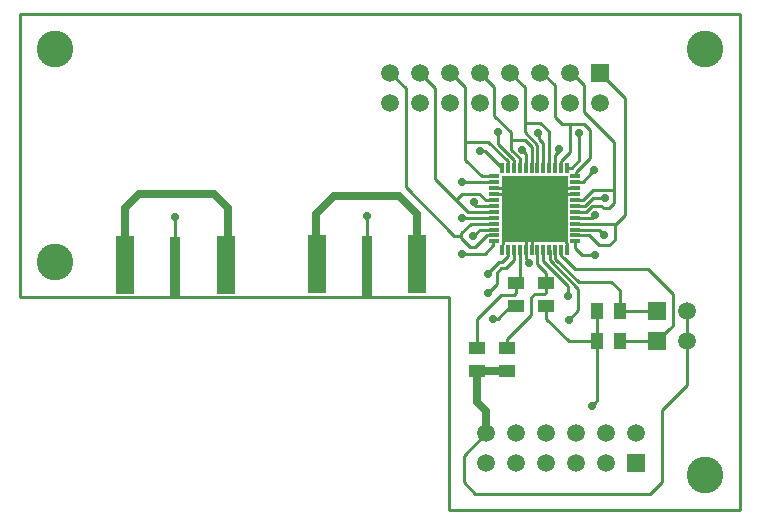
<source format=gtl>
G04*
G04 #@! TF.GenerationSoftware,Altium Limited,Altium Designer,20.2.5 (213)*
G04*
G04 Layer_Physical_Order=1*
G04 Layer_Color=255*
%FSLAX42Y42*%
%MOMM*%
G71*
G04*
G04 #@! TF.SameCoordinates,FD00795A-EEFA-4773-A186-A79775DAC492*
G04*
G04*
G04 #@! TF.FilePolarity,Positive*
G04*
G01*
G75*
%ADD12C,0.25*%
%ADD15R,1.60X4.90*%
%ADD16R,0.90X5.10*%
%ADD17R,5.60X5.60*%
%ADD18R,0.30X0.85*%
%ADD19R,0.85X0.30*%
%ADD20R,1.40X1.02*%
%ADD21R,1.02X1.40*%
%ADD36C,0.64*%
%ADD37R,1.50X1.50*%
%ADD38C,1.50*%
%ADD39R,1.50X1.50*%
%ADD40C,1.52*%
%ADD41R,1.52X1.52*%
%ADD42C,3.10*%
%ADD43C,0.70*%
D12*
X8850Y6178D02*
Y6190D01*
X8870Y6210D02*
X8890Y6230D01*
X8870Y6210D02*
Y6210D01*
X8850Y6190D02*
X8870Y6210D01*
X8890Y6230D02*
Y6731D01*
X7680Y7623D02*
X7740D01*
X7270Y8032D02*
Y8870D01*
Y8032D02*
X7680Y7623D01*
X7138Y9002D02*
Y9004D01*
Y9002D02*
X7270Y8870D01*
X8285Y7428D02*
Y7505D01*
Y7428D02*
X8310Y7403D01*
Y7393D02*
Y7403D01*
X8093Y7583D02*
X8285Y7775D01*
X8093Y7563D02*
Y7583D01*
X8090Y7560D02*
X8093Y7563D01*
X8090Y7549D02*
Y7560D01*
X8087Y7547D02*
X8090Y7549D01*
X8085Y7505D02*
X8087Y7507D01*
Y7547D01*
X8280Y8497D02*
Y8580D01*
X8385Y8195D02*
Y8393D01*
X8280Y8497D02*
X8385Y8393D01*
X8050Y8401D02*
Y8500D01*
X8134Y8196D02*
Y8256D01*
X8235Y8195D02*
Y8277D01*
X8134Y8196D02*
X8135Y8195D01*
X8160Y8352D02*
X8235Y8277D01*
X8160Y8352D02*
Y8430D01*
X8185Y8195D02*
Y8266D01*
X7970Y8420D02*
X8134Y8256D01*
X8050Y8401D02*
X8185Y8266D01*
X8607Y7432D02*
X8608D01*
X9081Y6731D02*
X9090D01*
X8608Y7432D02*
X8700Y7340D01*
X8587Y7452D02*
X8607Y7432D01*
X8700Y7340D02*
X9320D01*
X9090Y6731D02*
X9398D01*
X8587Y7452D02*
Y7503D01*
X8736Y7230D02*
X9010D01*
X8537Y7429D02*
X8736Y7230D01*
X8537Y7429D02*
Y7503D01*
X8730Y6990D02*
Y7175D01*
X8487Y7418D02*
X8730Y7175D01*
X8487Y7418D02*
Y7503D01*
X8645Y7131D02*
Y7199D01*
X8435Y7409D02*
X8645Y7199D01*
X8640Y7130D02*
X8644D01*
X8645Y7131D01*
X8435Y7409D02*
Y7505D01*
X8632Y7547D02*
Y7559D01*
X8360Y7850D02*
X8627Y7583D01*
X8632Y7547D02*
X8633Y7547D01*
X8627Y7563D02*
Y7583D01*
X8633Y7507D02*
Y7547D01*
X8627Y7563D02*
X8632Y7559D01*
X8707Y7927D02*
X8772D01*
X8855Y8010D01*
X9030D01*
X8705Y7875D02*
X8789D01*
X8854Y7940D02*
X8950D01*
X8789Y7875D02*
X8854Y7940D01*
X8705Y7825D02*
X8800D01*
X8845Y7870D02*
X8930D01*
X8800Y7825D02*
X8845Y7870D01*
X7740Y7770D02*
X7745Y7775D01*
X5320Y7780D02*
X5320Y7780D01*
Y7360D02*
Y7780D01*
X8020Y8640D02*
Y8884D01*
Y8640D02*
X8160Y8500D01*
Y8430D02*
Y8500D01*
X8740Y8260D02*
Y8490D01*
X8660Y8570D02*
X8780D01*
X8830Y8280D02*
Y8520D01*
X8780Y8570D02*
X8830Y8520D01*
X8780Y8670D02*
Y8900D01*
X9030Y8010D02*
Y8420D01*
X8780Y8670D02*
X9030Y8420D01*
X8280Y8580D02*
Y8590D01*
X8290Y8580D02*
X8410D01*
X8280Y8590D02*
X8290Y8580D01*
X8410D02*
X8485Y8505D01*
X8435Y8195D02*
Y8405D01*
X8380Y8480D02*
X8386D01*
X8396Y8469D01*
Y8444D02*
Y8469D01*
Y8444D02*
X8435Y8405D01*
X8868Y7800D02*
X8870D01*
X8705Y7925D02*
X8707Y7927D01*
X8705Y7875D02*
X8705Y7875D01*
X8940Y7860D02*
X8990D01*
X9030Y7900D02*
Y8010D01*
X8990Y7860D02*
X9030Y7900D01*
X8930Y7870D02*
X8940Y7860D01*
X8705Y7775D02*
X8843D01*
X8868Y7800D01*
X9130Y7800D02*
Y8790D01*
X9040Y7710D02*
X9130Y7800D01*
X8910Y7540D02*
X8990D01*
X9040Y7590D02*
Y7710D01*
X8990Y7540D02*
X9040Y7590D01*
X9025Y7725D02*
X9040Y7710D01*
X8705Y7725D02*
X9025D01*
X8825Y7625D02*
X8910Y7540D01*
X8905Y7675D02*
X8950Y7630D01*
X8705Y7625D02*
X8825D01*
X8705Y7675D02*
X8905D01*
X8760Y7460D02*
X8870D01*
X8705Y7515D02*
Y7575D01*
Y7515D02*
X8760Y7460D01*
X8705Y8075D02*
X8707Y8077D01*
X8767D01*
X8840Y8150D01*
X8705Y8125D02*
X8711D01*
X8713Y8163D02*
X8830Y8280D01*
X8711Y8125D02*
X8713Y8127D01*
Y8163D01*
X8675Y8195D02*
X8740Y8260D01*
X8585Y8255D02*
X8660Y8330D01*
X8585Y8195D02*
X8585Y8195D01*
Y8255D01*
X8660Y8330D02*
Y8570D01*
X8570Y8340D02*
Y8360D01*
X8535Y8305D02*
X8570Y8340D01*
X8590Y8570D02*
X8660D01*
X8660Y8570D02*
X8660Y8570D01*
X8635Y8195D02*
X8675D01*
X8535D02*
Y8305D01*
X8280Y8590D02*
Y8878D01*
X8485Y8195D02*
Y8505D01*
X8160Y8430D02*
X8280D01*
X8335Y8195D02*
Y8375D01*
X8280Y8430D02*
X8335Y8375D01*
X8285Y8195D02*
Y8315D01*
X8260Y8340D02*
X8285Y8315D01*
X7775Y8420D02*
X7970D01*
X7775D02*
Y8885D01*
Y8265D02*
Y8420D01*
X7915Y8125D02*
X8015D01*
X7775Y8265D02*
X7915Y8125D01*
X7943Y8340D02*
X8085Y8198D01*
X7900Y8340D02*
X7943D01*
X8085Y8195D02*
Y8198D01*
X7750Y7470D02*
X7940D01*
X7755Y8075D02*
X8015D01*
X7750Y8080D02*
X7755Y8075D01*
X7750Y7980D02*
X7890D01*
X7945Y7925D02*
X8015D01*
X7890Y7980D02*
X7945Y7925D01*
X7695D02*
X7795Y7825D01*
X7520Y8100D02*
X7695Y7925D01*
Y7925D02*
X7750Y7980D01*
X7695Y7925D02*
Y7925D01*
X7795Y7825D02*
X8015D01*
X7865Y7875D02*
X8015D01*
X7840Y7900D02*
X7865Y7875D01*
X7740Y7623D02*
Y7645D01*
Y7600D02*
Y7623D01*
Y7600D02*
X7810Y7530D01*
X7860D01*
X7740Y7645D02*
X7820Y7725D01*
X8015D01*
X7860Y7530D02*
X7955Y7625D01*
X8015D01*
X8015Y7625D01*
X7840Y7620D02*
X7895Y7675D01*
X8015D01*
X7940Y7470D02*
X8010Y7540D01*
X8012Y7575D02*
X8015D01*
X8010Y7573D02*
X8012Y7575D01*
X8010Y7540D02*
Y7573D01*
X7745Y7775D02*
X8015D01*
X6940Y7365D02*
Y7790D01*
X6940Y7790D01*
X8649Y6731D02*
X8890D01*
X8460Y6920D02*
X8649Y6731D01*
X8460Y6920D02*
Y7030D01*
X8890Y6731D02*
Y6985D01*
X7860Y5440D02*
X9340D01*
X9440Y5540D02*
Y6150D01*
X9340Y5440D02*
X9440Y5540D01*
Y6150D02*
X9652Y6362D01*
Y6731D01*
Y6985D01*
X7760Y5540D02*
X7860Y5440D01*
X7760Y5540D02*
Y5758D01*
X7952Y5950D01*
X7960Y7300D02*
X8060Y7400D01*
X8650Y6910D02*
X8730Y6990D01*
X9081Y6985D02*
Y7160D01*
X9010Y7230D02*
X9081Y7160D01*
X9320Y7340D02*
X9530Y7130D01*
X9398Y6731D02*
X9496Y6829D01*
X9499D01*
X9530Y6860D01*
Y7130D01*
X8585Y7505D02*
X8587Y7503D01*
X8535Y7505D02*
X8537Y7503D01*
X8460Y7145D02*
Y7221D01*
Y7310D01*
X8385Y7385D02*
Y7505D01*
Y7385D02*
X8460Y7310D01*
X7874Y6914D02*
X8080Y7120D01*
X8200Y7135D02*
Y7240D01*
X8185Y7120D02*
X8200Y7135D01*
X8080Y7120D02*
X8185D01*
X8200Y7240D02*
X8235Y7275D01*
X8330Y7100D02*
X8360Y7130D01*
X8445D02*
X8460Y7145D01*
X8360Y7130D02*
X8445D01*
X8128Y6748D02*
X8330Y6950D01*
X8128Y6668D02*
Y6748D01*
X8080Y7350D02*
X8120D01*
X8185Y7415D02*
Y7505D01*
X8120Y7350D02*
X8185Y7415D01*
X8060Y7400D02*
X8085D01*
X8133Y7503D02*
X8135Y7505D01*
X8133Y7448D02*
Y7503D01*
X8085Y7400D02*
X8133Y7448D01*
X8485Y7505D02*
X8487Y7503D01*
X8181Y7050D02*
X8200D01*
X8051Y6920D02*
X8181Y7050D01*
X8010Y6920D02*
X8051D01*
X8330Y6950D02*
Y7100D01*
X7874Y6668D02*
Y6914D01*
X7970Y7140D02*
X8040Y7210D01*
Y7310D02*
X8080Y7350D01*
X8040Y7210D02*
Y7310D01*
X8235Y7275D02*
Y7505D01*
X9081Y6985D02*
X9398D01*
X8335Y7825D02*
X8360Y7850D01*
X8285Y7775D02*
X8335Y7825D01*
X8185Y8025D02*
X8235Y7975D01*
X8015D02*
X8235D01*
X8360Y7850D01*
X8015Y8025D02*
X8185D01*
X8485Y7975D02*
X8535Y8025D01*
X8360Y7850D02*
X8485Y7975D01*
X8535Y8025D02*
X8705D01*
X8485Y7975D02*
X8705D01*
X8633Y7507D02*
X8635Y7505D01*
X8285D02*
Y7775D01*
X8335Y7505D02*
Y7825D01*
X8916Y9004D02*
X9130Y8790D01*
X8662Y9004D02*
X8676D01*
X8780Y8900D01*
X8530Y8630D02*
X8590Y8570D01*
X8408Y9004D02*
X8426D01*
X8530Y8900D01*
Y8630D02*
Y8900D01*
X8154Y9004D02*
X8280Y8878D01*
X7900Y9004D02*
X8020Y8884D01*
X7656Y9004D02*
X7775Y8885D01*
X7646Y9004D02*
X7656D01*
X7520Y8100D02*
Y8876D01*
X7392Y9004D02*
X7520Y8876D01*
X7640Y5300D02*
X10100D01*
X7640D02*
Y7100D01*
X4000D02*
X7640D01*
X4000D02*
Y9500D01*
X10100D01*
Y5300D02*
Y9500D01*
D15*
X4895Y7378D02*
D03*
X5745D02*
D03*
X6515Y7382D02*
D03*
X7365D02*
D03*
D16*
X5320Y7360D02*
D03*
X6940Y7365D02*
D03*
D17*
X8360Y7850D02*
D03*
D18*
X8635Y7505D02*
D03*
X8585D02*
D03*
X8535D02*
D03*
X8485D02*
D03*
X8435D02*
D03*
X8385D02*
D03*
X8335D02*
D03*
X8285D02*
D03*
X8235D02*
D03*
X8185D02*
D03*
X8135D02*
D03*
X8085D02*
D03*
Y8195D02*
D03*
X8135D02*
D03*
X8185D02*
D03*
X8235D02*
D03*
X8285D02*
D03*
X8335D02*
D03*
X8385D02*
D03*
X8435D02*
D03*
X8485D02*
D03*
X8535D02*
D03*
X8585D02*
D03*
X8635D02*
D03*
D19*
X8015Y7575D02*
D03*
Y7625D02*
D03*
Y7675D02*
D03*
Y7725D02*
D03*
Y7775D02*
D03*
Y7825D02*
D03*
Y7875D02*
D03*
Y7925D02*
D03*
Y7975D02*
D03*
Y8025D02*
D03*
Y8075D02*
D03*
Y8125D02*
D03*
X8705D02*
D03*
Y8075D02*
D03*
Y8025D02*
D03*
Y7975D02*
D03*
Y7925D02*
D03*
Y7875D02*
D03*
Y7825D02*
D03*
Y7775D02*
D03*
Y7725D02*
D03*
Y7675D02*
D03*
Y7625D02*
D03*
Y7575D02*
D03*
D20*
X8460Y7221D02*
D03*
Y7030D02*
D03*
X8200Y7221D02*
D03*
Y7030D02*
D03*
X8128Y6668D02*
D03*
Y6477D02*
D03*
X7874Y6668D02*
D03*
Y6477D02*
D03*
D21*
X8890Y6731D02*
D03*
X9081D02*
D03*
Y6985D02*
D03*
X8890D02*
D03*
D36*
X6512Y7807D02*
X6665Y7960D01*
X7210D02*
X7365Y7805D01*
X6665Y7960D02*
X7210D01*
X7365Y7382D02*
Y7805D01*
X6512Y7762D02*
Y7807D01*
Y7385D02*
Y7762D01*
X4895Y7855D02*
X5015Y7975D01*
X5645D02*
X5765Y7855D01*
X5015Y7975D02*
X5645D01*
X5765Y7397D02*
Y7855D01*
X5745Y7378D02*
X5765Y7397D01*
X4895Y7378D02*
Y7855D01*
X6512Y7385D02*
X6515Y7382D01*
X7874Y6477D02*
X8128D01*
X7874Y6216D02*
Y6477D01*
X7952Y5950D02*
Y6138D01*
X7874Y6216D02*
X7952Y6138D01*
D37*
X9222Y5696D02*
D03*
D38*
Y5950D02*
D03*
X8968Y5696D02*
D03*
X8714D02*
D03*
X8460D02*
D03*
X8206D02*
D03*
X7952D02*
D03*
X8968Y5950D02*
D03*
X8714D02*
D03*
X8460D02*
D03*
X8206D02*
D03*
X7952D02*
D03*
X9652Y6731D02*
D03*
Y6985D02*
D03*
D39*
X9398Y6731D02*
D03*
Y6985D02*
D03*
D40*
X7138Y8750D02*
D03*
Y9004D02*
D03*
X7392Y8750D02*
D03*
Y9004D02*
D03*
X7646Y8750D02*
D03*
Y9004D02*
D03*
X7900Y8750D02*
D03*
Y9004D02*
D03*
X8154Y8750D02*
D03*
Y9004D02*
D03*
X8662Y8750D02*
D03*
X8916D02*
D03*
X8408D02*
D03*
X8662Y9004D02*
D03*
X8408D02*
D03*
D41*
X8916D02*
D03*
D42*
X4300Y7400D02*
D03*
X9800Y5600D02*
D03*
Y9200D02*
D03*
X4300D02*
D03*
D43*
X6510Y7762D02*
D03*
X5765Y7770D02*
D03*
X8850Y6178D02*
D03*
X5320Y7780D02*
D03*
X6940Y7790D02*
D03*
X8050Y8500D02*
D03*
X8740Y8490D02*
D03*
X8390D02*
D03*
X8870Y7460D02*
D03*
X8870Y7800D02*
D03*
X8955Y7940D02*
D03*
X8950Y7630D02*
D03*
X8865Y8180D02*
D03*
X8570Y8360D02*
D03*
X8255Y8350D02*
D03*
X7900Y8340D02*
D03*
X7750Y7470D02*
D03*
X7745Y8080D02*
D03*
X7845Y7910D02*
D03*
X7840Y7620D02*
D03*
X7745Y7770D02*
D03*
X8655Y6910D02*
D03*
X8645Y7110D02*
D03*
X7965Y7140D02*
D03*
X7965Y7300D02*
D03*
X8010Y6920D02*
D03*
X8310Y7393D02*
D03*
M02*

</source>
